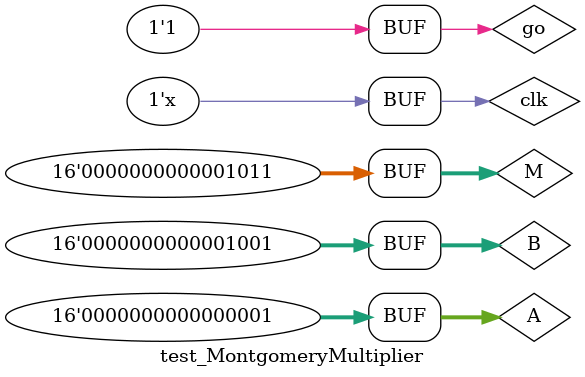
<source format=v>
`timescale 1ns / 1ps

`define BITS 16
module test_MontgomeryMultiplier;

	// Inputs
	reg [`BITS - 1:0] A;
	reg [`BITS - 1:0] B;
	reg [`BITS - 1:0] M;
	reg clk;
	reg go;

	// Outputs
	wire done;
	wire [`BITS - 1:0] S;

	// Instantiate the Unit Under Test (UUT)
	MontgomeryMultiplier uut (
		.A(A), 
		.B(B), 
		.M(M), 
		.clk(clk), 
		.go(go), 
		.done(done), 
		.S(S)
	);

	always #5 clk = ~clk; // 100 Mhz
	initial begin
		// Initialize Inputs
		A = 0;
		B = 0;
		M = 0;		
		go = 0;
		clk = 0;
		
		// Wait 100 ns for global reset to finish
		#100;
      A = 1;
		B = 9;
		M = 11;
		#20;	
		go = 1;
		
		// Add stimulus here

	end
      
endmodule


</source>
